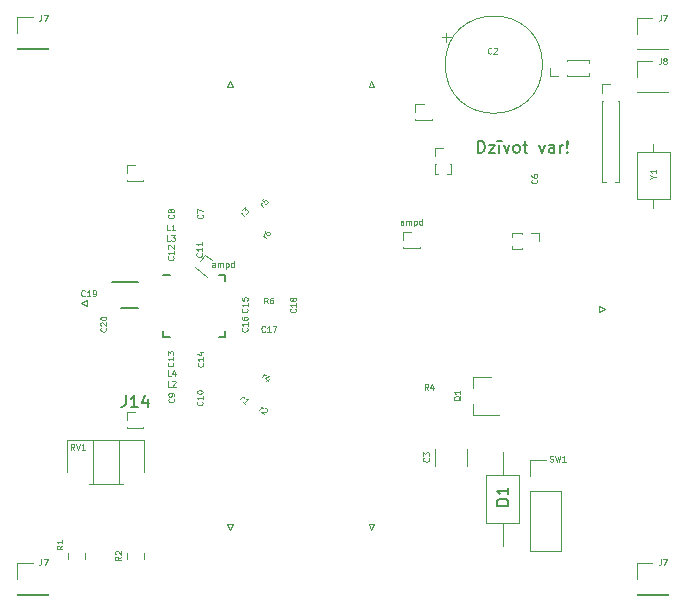
<source format=gbr>
G04 #@! TF.GenerationSoftware,KiCad,Pcbnew,(5.1.8)-1*
G04 #@! TF.CreationDate,2020-12-15T23:42:14+02:00*
G04 #@! TF.ProjectId,qam - demodulator,71616d20-2d20-4646-956d-6f64756c6174,rev?*
G04 #@! TF.SameCoordinates,Original*
G04 #@! TF.FileFunction,Legend,Top*
G04 #@! TF.FilePolarity,Positive*
%FSLAX46Y46*%
G04 Gerber Fmt 4.6, Leading zero omitted, Abs format (unit mm)*
G04 Created by KiCad (PCBNEW (5.1.8)-1) date 2020-12-15 23:42:14*
%MOMM*%
%LPD*%
G01*
G04 APERTURE LIST*
%ADD10C,0.150000*%
%ADD11C,0.120000*%
%ADD12C,0.100000*%
G04 APERTURE END LIST*
D10*
X209015485Y-92044780D02*
X209015485Y-91044780D01*
X209253580Y-91044780D01*
X209396438Y-91092400D01*
X209491676Y-91187638D01*
X209539295Y-91282876D01*
X209586914Y-91473352D01*
X209586914Y-91616209D01*
X209539295Y-91806685D01*
X209491676Y-91901923D01*
X209396438Y-91997161D01*
X209253580Y-92044780D01*
X209015485Y-92044780D01*
X209920247Y-91378114D02*
X210444057Y-91378114D01*
X209920247Y-92044780D01*
X210444057Y-92044780D01*
X210825009Y-92044780D02*
X210825009Y-91378114D01*
X210586914Y-91092400D02*
X211063104Y-91092400D01*
X211205961Y-91378114D02*
X211444057Y-92044780D01*
X211682152Y-91378114D01*
X212205961Y-92044780D02*
X212110723Y-91997161D01*
X212063104Y-91949542D01*
X212015485Y-91854304D01*
X212015485Y-91568590D01*
X212063104Y-91473352D01*
X212110723Y-91425733D01*
X212205961Y-91378114D01*
X212348819Y-91378114D01*
X212444057Y-91425733D01*
X212491676Y-91473352D01*
X212539295Y-91568590D01*
X212539295Y-91854304D01*
X212491676Y-91949542D01*
X212444057Y-91997161D01*
X212348819Y-92044780D01*
X212205961Y-92044780D01*
X212825009Y-91378114D02*
X213205961Y-91378114D01*
X212967866Y-91044780D02*
X212967866Y-91901923D01*
X213015485Y-91997161D01*
X213110723Y-92044780D01*
X213205961Y-92044780D01*
X214205961Y-91378114D02*
X214444057Y-92044780D01*
X214682152Y-91378114D01*
X215491676Y-92044780D02*
X215491676Y-91520971D01*
X215444057Y-91425733D01*
X215348819Y-91378114D01*
X215158342Y-91378114D01*
X215063104Y-91425733D01*
X215491676Y-91997161D02*
X215396438Y-92044780D01*
X215158342Y-92044780D01*
X215063104Y-91997161D01*
X215015485Y-91901923D01*
X215015485Y-91806685D01*
X215063104Y-91711447D01*
X215158342Y-91663828D01*
X215396438Y-91663828D01*
X215491676Y-91616209D01*
X215967866Y-92044780D02*
X215967866Y-91378114D01*
X215967866Y-91568590D02*
X216015485Y-91473352D01*
X216063104Y-91425733D01*
X216158342Y-91378114D01*
X216253580Y-91378114D01*
X216586914Y-91949542D02*
X216634533Y-91997161D01*
X216586914Y-92044780D01*
X216539295Y-91997161D01*
X216586914Y-91949542D01*
X216586914Y-92044780D01*
X216586914Y-91663828D02*
X216539295Y-91092400D01*
X216586914Y-91044780D01*
X216634533Y-91092400D01*
X216586914Y-91663828D01*
X216586914Y-91044780D01*
D11*
X179305000Y-115366000D02*
X180695000Y-115366000D01*
X179305000Y-115366000D02*
X179305000Y-115241000D01*
X180695000Y-115366000D02*
X180695000Y-115241000D01*
X179305000Y-115366000D02*
X179391724Y-115366000D01*
X180608276Y-115366000D02*
X180695000Y-115366000D01*
X179305000Y-114681000D02*
X179305000Y-113996000D01*
X179305000Y-113996000D02*
X180000000Y-113996000D01*
X203715000Y-89285000D02*
X205105000Y-89285000D01*
X203715000Y-89285000D02*
X203715000Y-89160000D01*
X205105000Y-89285000D02*
X205105000Y-89160000D01*
X203715000Y-89285000D02*
X203801724Y-89285000D01*
X205018276Y-89285000D02*
X205105000Y-89285000D01*
X203715000Y-88600000D02*
X203715000Y-87915000D01*
X203715000Y-87915000D02*
X204410000Y-87915000D01*
X169993000Y-129473000D02*
X172653000Y-129473000D01*
X169993000Y-129413000D02*
X169993000Y-129473000D01*
X172653000Y-129413000D02*
X172653000Y-129473000D01*
X169993000Y-129413000D02*
X172653000Y-129413000D01*
X169993000Y-128143000D02*
X169993000Y-126813000D01*
X169993000Y-126813000D02*
X171323000Y-126813000D01*
X169993000Y-83245000D02*
X172653000Y-83245000D01*
X169993000Y-83185000D02*
X169993000Y-83245000D01*
X172653000Y-83185000D02*
X172653000Y-83245000D01*
X169993000Y-83185000D02*
X172653000Y-83185000D01*
X169993000Y-81915000D02*
X169993000Y-80585000D01*
X169993000Y-80585000D02*
X171323000Y-80585000D01*
X222444000Y-129473000D02*
X225104000Y-129473000D01*
X222444000Y-129413000D02*
X222444000Y-129473000D01*
X225104000Y-129413000D02*
X225104000Y-129473000D01*
X222444000Y-129413000D02*
X225104000Y-129413000D01*
X222444000Y-128143000D02*
X222444000Y-126813000D01*
X222444000Y-126813000D02*
X223774000Y-126813000D01*
X206350302Y-81875000D02*
X206350302Y-82675000D01*
X205950302Y-82275000D02*
X206750302Y-82275000D01*
X214480000Y-84590000D02*
G75*
G03*
X214480000Y-84590000I-4120000J0D01*
G01*
X211110000Y-125340000D02*
X211110000Y-123400000D01*
X211110000Y-117420000D02*
X211110000Y-119360000D01*
X212530000Y-123400000D02*
X212530000Y-119360000D01*
X209690000Y-123400000D02*
X212530000Y-123400000D01*
X209690000Y-119360000D02*
X209690000Y-123400000D01*
X212530000Y-119360000D02*
X209690000Y-119360000D01*
X219790000Y-105250000D02*
X219290000Y-105000000D01*
X219290000Y-105000000D02*
X219290000Y-105500000D01*
X219290000Y-105500000D02*
X219790000Y-105250000D01*
X222444000Y-83300000D02*
X225104000Y-83300000D01*
X222444000Y-83240000D02*
X222444000Y-83300000D01*
X225104000Y-83240000D02*
X225104000Y-83300000D01*
X222444000Y-83240000D02*
X225104000Y-83240000D01*
X222444000Y-81970000D02*
X222444000Y-80640000D01*
X222444000Y-80640000D02*
X223774000Y-80640000D01*
X222444000Y-84268000D02*
X223774000Y-84268000D01*
X222444000Y-85598000D02*
X222444000Y-84268000D01*
X222444000Y-86868000D02*
X225104000Y-86868000D01*
X225104000Y-86868000D02*
X225104000Y-86928000D01*
X222444000Y-86868000D02*
X222444000Y-86928000D01*
X222444000Y-86928000D02*
X225104000Y-86928000D01*
X174290000Y-126441252D02*
X174290000Y-125918748D01*
X175710000Y-126441252D02*
X175710000Y-125918748D01*
X180710000Y-125918748D02*
X180710000Y-126441252D01*
X179290000Y-125918748D02*
X179290000Y-126441252D01*
X176380000Y-116380000D02*
X178620000Y-116380000D01*
X176380000Y-120121000D02*
X178620000Y-120121000D01*
X178620000Y-120121000D02*
X178620000Y-116380000D01*
X176380000Y-120121000D02*
X176380000Y-116380000D01*
X176066000Y-120121000D02*
X178935000Y-120121000D01*
X174230000Y-116380000D02*
X180770000Y-116380000D01*
X180770000Y-119075000D02*
X180770000Y-116380000D01*
X174230000Y-119075000D02*
X174230000Y-116380000D01*
D10*
X178050000Y-103000000D02*
X180225000Y-103000000D01*
X178775000Y-105200000D02*
X180225000Y-105200000D01*
X187625000Y-102375000D02*
X187100000Y-102375000D01*
X187625000Y-107625000D02*
X187100000Y-107625000D01*
X182375000Y-107625000D02*
X182900000Y-107625000D01*
X182375000Y-102375000D02*
X182900000Y-102375000D01*
X187625000Y-107625000D02*
X187625000Y-107100000D01*
X182375000Y-107625000D02*
X182375000Y-107100000D01*
X187625000Y-102375000D02*
X187625000Y-102900000D01*
D11*
X223860000Y-96690000D02*
X223860000Y-96000000D01*
X223860000Y-91270000D02*
X223860000Y-91960000D01*
X225280000Y-96000000D02*
X225280000Y-91960000D01*
X222440000Y-96000000D02*
X225280000Y-96000000D01*
X222440000Y-91960000D02*
X222440000Y-96000000D01*
X225280000Y-91960000D02*
X222440000Y-91960000D01*
X188000000Y-86010000D02*
X187750000Y-86510000D01*
X187750000Y-86510000D02*
X188250000Y-86510000D01*
X188250000Y-86510000D02*
X188000000Y-86010000D01*
X187750000Y-123490000D02*
X188000000Y-123990000D01*
X188250000Y-123490000D02*
X187750000Y-123490000D01*
X188000000Y-123990000D02*
X188250000Y-123490000D01*
X200000000Y-86010000D02*
X199750000Y-86510000D01*
X199750000Y-86510000D02*
X200250000Y-86510000D01*
X200250000Y-86510000D02*
X200000000Y-86010000D01*
X199750000Y-123490000D02*
X200000000Y-123990000D01*
X200250000Y-123490000D02*
X199750000Y-123490000D01*
X200000000Y-123990000D02*
X200250000Y-123490000D01*
X218390000Y-85565000D02*
X218390000Y-85264493D01*
X218390000Y-84475507D02*
X218390000Y-84175000D01*
X216515000Y-85565000D02*
X218390000Y-85565000D01*
X216515000Y-84175000D02*
X218390000Y-84175000D01*
X216515000Y-85565000D02*
X216515000Y-85478276D01*
X216515000Y-84261724D02*
X216515000Y-84175000D01*
X215830000Y-85565000D02*
X215145000Y-85565000D01*
X215145000Y-85565000D02*
X215145000Y-84870000D01*
X211910000Y-98845000D02*
X211910000Y-99145507D01*
X211910000Y-99934493D02*
X211910000Y-100235000D01*
X212785000Y-98845000D02*
X211910000Y-98845000D01*
X212785000Y-100235000D02*
X211910000Y-100235000D01*
X212785000Y-98845000D02*
X212785000Y-98931724D01*
X212785000Y-100148276D02*
X212785000Y-100235000D01*
X213470000Y-98845000D02*
X214155000Y-98845000D01*
X214155000Y-98845000D02*
X214155000Y-99540000D01*
X205335000Y-93890000D02*
X205635507Y-93890000D01*
X206424493Y-93890000D02*
X206725000Y-93890000D01*
X205335000Y-93015000D02*
X205335000Y-93890000D01*
X206725000Y-93015000D02*
X206725000Y-93890000D01*
X205335000Y-93015000D02*
X205421724Y-93015000D01*
X206638276Y-93015000D02*
X206725000Y-93015000D01*
X205335000Y-92330000D02*
X205335000Y-91645000D01*
X205335000Y-91645000D02*
X206030000Y-91645000D01*
X175420000Y-104750000D02*
X175920000Y-105000000D01*
X175920000Y-105000000D02*
X175920000Y-104500000D01*
X175920000Y-104500000D02*
X175420000Y-104750000D01*
X205340000Y-117118748D02*
X205340000Y-118541252D01*
X208060000Y-117118748D02*
X208060000Y-118541252D01*
X208630000Y-111070000D02*
X210090000Y-111070000D01*
X208630000Y-114230000D02*
X210790000Y-114230000D01*
X208630000Y-114230000D02*
X208630000Y-113300000D01*
X208630000Y-111070000D02*
X208630000Y-112000000D01*
X213427000Y-118050000D02*
X214757000Y-118050000D01*
X213427000Y-119380000D02*
X213427000Y-118050000D01*
X213427000Y-120650000D02*
X216087000Y-120650000D01*
X216087000Y-120650000D02*
X216087000Y-125790000D01*
X213427000Y-120650000D02*
X213427000Y-125790000D01*
X213427000Y-125790000D02*
X216087000Y-125790000D01*
X219535000Y-94510000D02*
X219835507Y-94510000D01*
X220624493Y-94510000D02*
X220925000Y-94510000D01*
X219535000Y-87635000D02*
X219535000Y-94510000D01*
X220925000Y-87635000D02*
X220925000Y-94510000D01*
X219535000Y-87635000D02*
X219621724Y-87635000D01*
X220838276Y-87635000D02*
X220925000Y-87635000D01*
X219535000Y-86950000D02*
X219535000Y-86265000D01*
X219535000Y-86265000D02*
X220230000Y-86265000D01*
X179305000Y-93104500D02*
X180000000Y-93104500D01*
X179305000Y-93789500D02*
X179305000Y-93104500D01*
X180608276Y-94474500D02*
X180695000Y-94474500D01*
X179305000Y-94474500D02*
X179391724Y-94474500D01*
X180695000Y-94474500D02*
X180695000Y-94349500D01*
X179305000Y-94474500D02*
X179305000Y-94349500D01*
X179305000Y-94474500D02*
X180695000Y-94474500D01*
X185927909Y-100668522D02*
X186460310Y-101115260D01*
X185487599Y-101193263D02*
X185927909Y-100668522D01*
X186045657Y-102555733D02*
X186112091Y-102611478D01*
X185047290Y-101718003D02*
X185113724Y-101773748D01*
X186112091Y-102611478D02*
X186192440Y-102515722D01*
X185047290Y-101718003D02*
X185127638Y-101622247D01*
X185047290Y-101718003D02*
X186112091Y-102611478D01*
X202685000Y-100145000D02*
X204075000Y-100145000D01*
X202685000Y-100145000D02*
X202685000Y-100020000D01*
X204075000Y-100145000D02*
X204075000Y-100020000D01*
X202685000Y-100145000D02*
X202771724Y-100145000D01*
X203988276Y-100145000D02*
X204075000Y-100145000D01*
X202685000Y-99460000D02*
X202685000Y-98775000D01*
X202685000Y-98775000D02*
X203380000Y-98775000D01*
D10*
X179190476Y-112573380D02*
X179190476Y-113287666D01*
X179142857Y-113430523D01*
X179047619Y-113525761D01*
X178904761Y-113573380D01*
X178809523Y-113573380D01*
X180190476Y-113573380D02*
X179619047Y-113573380D01*
X179904761Y-113573380D02*
X179904761Y-112573380D01*
X179809523Y-112716238D01*
X179714285Y-112811476D01*
X179619047Y-112859095D01*
X181047619Y-112906714D02*
X181047619Y-113573380D01*
X180809523Y-112525761D02*
X180571428Y-113240047D01*
X181190476Y-113240047D01*
D12*
X172045333Y-126472190D02*
X172045333Y-126829333D01*
X172021523Y-126900761D01*
X171973904Y-126948380D01*
X171902476Y-126972190D01*
X171854857Y-126972190D01*
X172235809Y-126472190D02*
X172569142Y-126472190D01*
X172354857Y-126972190D01*
X172045333Y-80371190D02*
X172045333Y-80728333D01*
X172021523Y-80799761D01*
X171973904Y-80847380D01*
X171902476Y-80871190D01*
X171854857Y-80871190D01*
X172235809Y-80371190D02*
X172569142Y-80371190D01*
X172354857Y-80871190D01*
X224496333Y-126472190D02*
X224496333Y-126829333D01*
X224472523Y-126900761D01*
X224424904Y-126948380D01*
X224353476Y-126972190D01*
X224305857Y-126972190D01*
X224686809Y-126472190D02*
X225020142Y-126472190D01*
X224805857Y-126972190D01*
X213988571Y-94343333D02*
X214012380Y-94367142D01*
X214036190Y-94438571D01*
X214036190Y-94486190D01*
X214012380Y-94557619D01*
X213964761Y-94605238D01*
X213917142Y-94629047D01*
X213821904Y-94652857D01*
X213750476Y-94652857D01*
X213655238Y-94629047D01*
X213607619Y-94605238D01*
X213560000Y-94557619D01*
X213536190Y-94486190D01*
X213536190Y-94438571D01*
X213560000Y-94367142D01*
X213583809Y-94343333D01*
X213536190Y-93914761D02*
X213536190Y-94010000D01*
X213560000Y-94057619D01*
X213583809Y-94081428D01*
X213655238Y-94129047D01*
X213750476Y-94152857D01*
X213940952Y-94152857D01*
X213988571Y-94129047D01*
X214012380Y-94105238D01*
X214036190Y-94057619D01*
X214036190Y-93962380D01*
X214012380Y-93914761D01*
X213988571Y-93890952D01*
X213940952Y-93867142D01*
X213821904Y-93867142D01*
X213774285Y-93890952D01*
X213750476Y-93914761D01*
X213726666Y-93962380D01*
X213726666Y-94057619D01*
X213750476Y-94105238D01*
X213774285Y-94129047D01*
X213821904Y-94152857D01*
X210156666Y-83618571D02*
X210132857Y-83642380D01*
X210061428Y-83666190D01*
X210013809Y-83666190D01*
X209942380Y-83642380D01*
X209894761Y-83594761D01*
X209870952Y-83547142D01*
X209847142Y-83451904D01*
X209847142Y-83380476D01*
X209870952Y-83285238D01*
X209894761Y-83237619D01*
X209942380Y-83190000D01*
X210013809Y-83166190D01*
X210061428Y-83166190D01*
X210132857Y-83190000D01*
X210156666Y-83213809D01*
X210347142Y-83213809D02*
X210370952Y-83190000D01*
X210418571Y-83166190D01*
X210537619Y-83166190D01*
X210585238Y-83190000D01*
X210609047Y-83213809D01*
X210632857Y-83261428D01*
X210632857Y-83309047D01*
X210609047Y-83380476D01*
X210323333Y-83666190D01*
X210632857Y-83666190D01*
D10*
X211592380Y-121928095D02*
X210592380Y-121928095D01*
X210592380Y-121690000D01*
X210640000Y-121547142D01*
X210735238Y-121451904D01*
X210830476Y-121404285D01*
X211020952Y-121356666D01*
X211163809Y-121356666D01*
X211354285Y-121404285D01*
X211449523Y-121451904D01*
X211544761Y-121547142D01*
X211592380Y-121690000D01*
X211592380Y-121928095D01*
X211592380Y-120404285D02*
X211592380Y-120975714D01*
X211592380Y-120690000D02*
X210592380Y-120690000D01*
X210735238Y-120785238D01*
X210830476Y-120880476D01*
X210878095Y-120975714D01*
D12*
X224496333Y-80371190D02*
X224496333Y-80728333D01*
X224472523Y-80799761D01*
X224424904Y-80847380D01*
X224353476Y-80871190D01*
X224305857Y-80871190D01*
X224686809Y-80371190D02*
X225020142Y-80371190D01*
X224805857Y-80871190D01*
X224496333Y-84054190D02*
X224496333Y-84411333D01*
X224472523Y-84482761D01*
X224424904Y-84530380D01*
X224353476Y-84554190D01*
X224305857Y-84554190D01*
X224805857Y-84268476D02*
X224758238Y-84244666D01*
X224734428Y-84220857D01*
X224710619Y-84173238D01*
X224710619Y-84149428D01*
X224734428Y-84101809D01*
X224758238Y-84078000D01*
X224805857Y-84054190D01*
X224901095Y-84054190D01*
X224948714Y-84078000D01*
X224972523Y-84101809D01*
X224996333Y-84149428D01*
X224996333Y-84173238D01*
X224972523Y-84220857D01*
X224948714Y-84244666D01*
X224901095Y-84268476D01*
X224805857Y-84268476D01*
X224758238Y-84292285D01*
X224734428Y-84316095D01*
X224710619Y-84363714D01*
X224710619Y-84458952D01*
X224734428Y-84506571D01*
X224758238Y-84530380D01*
X224805857Y-84554190D01*
X224901095Y-84554190D01*
X224948714Y-84530380D01*
X224972523Y-84506571D01*
X224996333Y-84458952D01*
X224996333Y-84363714D01*
X224972523Y-84316095D01*
X224948714Y-84292285D01*
X224901095Y-84268476D01*
X173835190Y-125305333D02*
X173597095Y-125472000D01*
X173835190Y-125591047D02*
X173335190Y-125591047D01*
X173335190Y-125400571D01*
X173359000Y-125352952D01*
X173382809Y-125329142D01*
X173430428Y-125305333D01*
X173501857Y-125305333D01*
X173549476Y-125329142D01*
X173573285Y-125352952D01*
X173597095Y-125400571D01*
X173597095Y-125591047D01*
X173835190Y-124829142D02*
X173835190Y-125114857D01*
X173835190Y-124972000D02*
X173335190Y-124972000D01*
X173406619Y-125019619D01*
X173454238Y-125067238D01*
X173478047Y-125114857D01*
X178788190Y-126243333D02*
X178550095Y-126410000D01*
X178788190Y-126529047D02*
X178288190Y-126529047D01*
X178288190Y-126338571D01*
X178312000Y-126290952D01*
X178335809Y-126267142D01*
X178383428Y-126243333D01*
X178454857Y-126243333D01*
X178502476Y-126267142D01*
X178526285Y-126290952D01*
X178550095Y-126338571D01*
X178550095Y-126529047D01*
X178335809Y-126052857D02*
X178312000Y-126029047D01*
X178288190Y-125981428D01*
X178288190Y-125862380D01*
X178312000Y-125814761D01*
X178335809Y-125790952D01*
X178383428Y-125767142D01*
X178431047Y-125767142D01*
X178502476Y-125790952D01*
X178788190Y-126076666D01*
X178788190Y-125767142D01*
X174835380Y-117193190D02*
X174668714Y-116955095D01*
X174549666Y-117193190D02*
X174549666Y-116693190D01*
X174740142Y-116693190D01*
X174787761Y-116717000D01*
X174811571Y-116740809D01*
X174835380Y-116788428D01*
X174835380Y-116859857D01*
X174811571Y-116907476D01*
X174787761Y-116931285D01*
X174740142Y-116955095D01*
X174549666Y-116955095D01*
X174978238Y-116693190D02*
X175144904Y-117193190D01*
X175311571Y-116693190D01*
X175740142Y-117193190D02*
X175454428Y-117193190D01*
X175597285Y-117193190D02*
X175597285Y-116693190D01*
X175549666Y-116764619D01*
X175502047Y-116812238D01*
X175454428Y-116836047D01*
X223838095Y-94078095D02*
X224076190Y-94078095D01*
X223576190Y-94244761D02*
X223838095Y-94078095D01*
X223576190Y-93911428D01*
X224076190Y-93482857D02*
X224076190Y-93768571D01*
X224076190Y-93625714D02*
X223576190Y-93625714D01*
X223647619Y-93673333D01*
X223695238Y-93720952D01*
X223719047Y-93768571D01*
X185678571Y-97283333D02*
X185702380Y-97307142D01*
X185726190Y-97378571D01*
X185726190Y-97426190D01*
X185702380Y-97497619D01*
X185654761Y-97545238D01*
X185607142Y-97569047D01*
X185511904Y-97592857D01*
X185440476Y-97592857D01*
X185345238Y-97569047D01*
X185297619Y-97545238D01*
X185250000Y-97497619D01*
X185226190Y-97426190D01*
X185226190Y-97378571D01*
X185250000Y-97307142D01*
X185273809Y-97283333D01*
X185226190Y-97116666D02*
X185226190Y-96783333D01*
X185726190Y-96997619D01*
X183228571Y-97293333D02*
X183252380Y-97317142D01*
X183276190Y-97388571D01*
X183276190Y-97436190D01*
X183252380Y-97507619D01*
X183204761Y-97555238D01*
X183157142Y-97579047D01*
X183061904Y-97602857D01*
X182990476Y-97602857D01*
X182895238Y-97579047D01*
X182847619Y-97555238D01*
X182800000Y-97507619D01*
X182776190Y-97436190D01*
X182776190Y-97388571D01*
X182800000Y-97317142D01*
X182823809Y-97293333D01*
X182990476Y-97007619D02*
X182966666Y-97055238D01*
X182942857Y-97079047D01*
X182895238Y-97102857D01*
X182871428Y-97102857D01*
X182823809Y-97079047D01*
X182800000Y-97055238D01*
X182776190Y-97007619D01*
X182776190Y-96912380D01*
X182800000Y-96864761D01*
X182823809Y-96840952D01*
X182871428Y-96817142D01*
X182895238Y-96817142D01*
X182942857Y-96840952D01*
X182966666Y-96864761D01*
X182990476Y-96912380D01*
X182990476Y-97007619D01*
X183014285Y-97055238D01*
X183038095Y-97079047D01*
X183085714Y-97102857D01*
X183180952Y-97102857D01*
X183228571Y-97079047D01*
X183252380Y-97055238D01*
X183276190Y-97007619D01*
X183276190Y-96912380D01*
X183252380Y-96864761D01*
X183228571Y-96840952D01*
X183180952Y-96817142D01*
X183085714Y-96817142D01*
X183038095Y-96840952D01*
X183014285Y-96864761D01*
X182990476Y-96912380D01*
X183249071Y-112883333D02*
X183272880Y-112907142D01*
X183296690Y-112978571D01*
X183296690Y-113026190D01*
X183272880Y-113097619D01*
X183225261Y-113145238D01*
X183177642Y-113169047D01*
X183082404Y-113192857D01*
X183010976Y-113192857D01*
X182915738Y-113169047D01*
X182868119Y-113145238D01*
X182820500Y-113097619D01*
X182796690Y-113026190D01*
X182796690Y-112978571D01*
X182820500Y-112907142D01*
X182844309Y-112883333D01*
X183296690Y-112645238D02*
X183296690Y-112550000D01*
X183272880Y-112502380D01*
X183249071Y-112478571D01*
X183177642Y-112430952D01*
X183082404Y-112407142D01*
X182891928Y-112407142D01*
X182844309Y-112430952D01*
X182820500Y-112454761D01*
X182796690Y-112502380D01*
X182796690Y-112597619D01*
X182820500Y-112645238D01*
X182844309Y-112669047D01*
X182891928Y-112692857D01*
X183010976Y-112692857D01*
X183058595Y-112669047D01*
X183082404Y-112645238D01*
X183106214Y-112597619D01*
X183106214Y-112502380D01*
X183082404Y-112454761D01*
X183058595Y-112430952D01*
X183010976Y-112407142D01*
X185662071Y-113121428D02*
X185685880Y-113145238D01*
X185709690Y-113216666D01*
X185709690Y-113264285D01*
X185685880Y-113335714D01*
X185638261Y-113383333D01*
X185590642Y-113407142D01*
X185495404Y-113430952D01*
X185423976Y-113430952D01*
X185328738Y-113407142D01*
X185281119Y-113383333D01*
X185233500Y-113335714D01*
X185209690Y-113264285D01*
X185209690Y-113216666D01*
X185233500Y-113145238D01*
X185257309Y-113121428D01*
X185709690Y-112645238D02*
X185709690Y-112930952D01*
X185709690Y-112788095D02*
X185209690Y-112788095D01*
X185281119Y-112835714D01*
X185328738Y-112883333D01*
X185352547Y-112930952D01*
X185209690Y-112335714D02*
X185209690Y-112288095D01*
X185233500Y-112240476D01*
X185257309Y-112216666D01*
X185304928Y-112192857D01*
X185400166Y-112169047D01*
X185519214Y-112169047D01*
X185614452Y-112192857D01*
X185662071Y-112216666D01*
X185685880Y-112240476D01*
X185709690Y-112288095D01*
X185709690Y-112335714D01*
X185685880Y-112383333D01*
X185662071Y-112407142D01*
X185614452Y-112430952D01*
X185519214Y-112454761D01*
X185400166Y-112454761D01*
X185304928Y-112430952D01*
X185257309Y-112407142D01*
X185233500Y-112383333D01*
X185209690Y-112335714D01*
X185618571Y-100551428D02*
X185642380Y-100575238D01*
X185666190Y-100646666D01*
X185666190Y-100694285D01*
X185642380Y-100765714D01*
X185594761Y-100813333D01*
X185547142Y-100837142D01*
X185451904Y-100860952D01*
X185380476Y-100860952D01*
X185285238Y-100837142D01*
X185237619Y-100813333D01*
X185190000Y-100765714D01*
X185166190Y-100694285D01*
X185166190Y-100646666D01*
X185190000Y-100575238D01*
X185213809Y-100551428D01*
X185666190Y-100075238D02*
X185666190Y-100360952D01*
X185666190Y-100218095D02*
X185166190Y-100218095D01*
X185237619Y-100265714D01*
X185285238Y-100313333D01*
X185309047Y-100360952D01*
X185666190Y-99599047D02*
X185666190Y-99884761D01*
X185666190Y-99741904D02*
X185166190Y-99741904D01*
X185237619Y-99789523D01*
X185285238Y-99837142D01*
X185309047Y-99884761D01*
X183198571Y-100831428D02*
X183222380Y-100855238D01*
X183246190Y-100926666D01*
X183246190Y-100974285D01*
X183222380Y-101045714D01*
X183174761Y-101093333D01*
X183127142Y-101117142D01*
X183031904Y-101140952D01*
X182960476Y-101140952D01*
X182865238Y-101117142D01*
X182817619Y-101093333D01*
X182770000Y-101045714D01*
X182746190Y-100974285D01*
X182746190Y-100926666D01*
X182770000Y-100855238D01*
X182793809Y-100831428D01*
X183246190Y-100355238D02*
X183246190Y-100640952D01*
X183246190Y-100498095D02*
X182746190Y-100498095D01*
X182817619Y-100545714D01*
X182865238Y-100593333D01*
X182889047Y-100640952D01*
X182793809Y-100164761D02*
X182770000Y-100140952D01*
X182746190Y-100093333D01*
X182746190Y-99974285D01*
X182770000Y-99926666D01*
X182793809Y-99902857D01*
X182841428Y-99879047D01*
X182889047Y-99879047D01*
X182960476Y-99902857D01*
X183246190Y-100188571D01*
X183246190Y-99879047D01*
X183185571Y-109821428D02*
X183209380Y-109845238D01*
X183233190Y-109916666D01*
X183233190Y-109964285D01*
X183209380Y-110035714D01*
X183161761Y-110083333D01*
X183114142Y-110107142D01*
X183018904Y-110130952D01*
X182947476Y-110130952D01*
X182852238Y-110107142D01*
X182804619Y-110083333D01*
X182757000Y-110035714D01*
X182733190Y-109964285D01*
X182733190Y-109916666D01*
X182757000Y-109845238D01*
X182780809Y-109821428D01*
X183233190Y-109345238D02*
X183233190Y-109630952D01*
X183233190Y-109488095D02*
X182733190Y-109488095D01*
X182804619Y-109535714D01*
X182852238Y-109583333D01*
X182876047Y-109630952D01*
X182733190Y-109178571D02*
X182733190Y-108869047D01*
X182923666Y-109035714D01*
X182923666Y-108964285D01*
X182947476Y-108916666D01*
X182971285Y-108892857D01*
X183018904Y-108869047D01*
X183137952Y-108869047D01*
X183185571Y-108892857D01*
X183209380Y-108916666D01*
X183233190Y-108964285D01*
X183233190Y-109107142D01*
X183209380Y-109154761D01*
X183185571Y-109178571D01*
X185725571Y-109858928D02*
X185749380Y-109882738D01*
X185773190Y-109954166D01*
X185773190Y-110001785D01*
X185749380Y-110073214D01*
X185701761Y-110120833D01*
X185654142Y-110144642D01*
X185558904Y-110168452D01*
X185487476Y-110168452D01*
X185392238Y-110144642D01*
X185344619Y-110120833D01*
X185297000Y-110073214D01*
X185273190Y-110001785D01*
X185273190Y-109954166D01*
X185297000Y-109882738D01*
X185320809Y-109858928D01*
X185773190Y-109382738D02*
X185773190Y-109668452D01*
X185773190Y-109525595D02*
X185273190Y-109525595D01*
X185344619Y-109573214D01*
X185392238Y-109620833D01*
X185416047Y-109668452D01*
X185439857Y-108954166D02*
X185773190Y-108954166D01*
X185249380Y-109073214D02*
X185606523Y-109192261D01*
X185606523Y-108882738D01*
X189458571Y-105241428D02*
X189482380Y-105265238D01*
X189506190Y-105336666D01*
X189506190Y-105384285D01*
X189482380Y-105455714D01*
X189434761Y-105503333D01*
X189387142Y-105527142D01*
X189291904Y-105550952D01*
X189220476Y-105550952D01*
X189125238Y-105527142D01*
X189077619Y-105503333D01*
X189030000Y-105455714D01*
X189006190Y-105384285D01*
X189006190Y-105336666D01*
X189030000Y-105265238D01*
X189053809Y-105241428D01*
X189506190Y-104765238D02*
X189506190Y-105050952D01*
X189506190Y-104908095D02*
X189006190Y-104908095D01*
X189077619Y-104955714D01*
X189125238Y-105003333D01*
X189149047Y-105050952D01*
X189006190Y-104312857D02*
X189006190Y-104550952D01*
X189244285Y-104574761D01*
X189220476Y-104550952D01*
X189196666Y-104503333D01*
X189196666Y-104384285D01*
X189220476Y-104336666D01*
X189244285Y-104312857D01*
X189291904Y-104289047D01*
X189410952Y-104289047D01*
X189458571Y-104312857D01*
X189482380Y-104336666D01*
X189506190Y-104384285D01*
X189506190Y-104503333D01*
X189482380Y-104550952D01*
X189458571Y-104574761D01*
X189458571Y-106881428D02*
X189482380Y-106905238D01*
X189506190Y-106976666D01*
X189506190Y-107024285D01*
X189482380Y-107095714D01*
X189434761Y-107143333D01*
X189387142Y-107167142D01*
X189291904Y-107190952D01*
X189220476Y-107190952D01*
X189125238Y-107167142D01*
X189077619Y-107143333D01*
X189030000Y-107095714D01*
X189006190Y-107024285D01*
X189006190Y-106976666D01*
X189030000Y-106905238D01*
X189053809Y-106881428D01*
X189506190Y-106405238D02*
X189506190Y-106690952D01*
X189506190Y-106548095D02*
X189006190Y-106548095D01*
X189077619Y-106595714D01*
X189125238Y-106643333D01*
X189149047Y-106690952D01*
X189006190Y-105976666D02*
X189006190Y-106071904D01*
X189030000Y-106119523D01*
X189053809Y-106143333D01*
X189125238Y-106190952D01*
X189220476Y-106214761D01*
X189410952Y-106214761D01*
X189458571Y-106190952D01*
X189482380Y-106167142D01*
X189506190Y-106119523D01*
X189506190Y-106024285D01*
X189482380Y-105976666D01*
X189458571Y-105952857D01*
X189410952Y-105929047D01*
X189291904Y-105929047D01*
X189244285Y-105952857D01*
X189220476Y-105976666D01*
X189196666Y-106024285D01*
X189196666Y-106119523D01*
X189220476Y-106167142D01*
X189244285Y-106190952D01*
X189291904Y-106214761D01*
X190978571Y-107168571D02*
X190954761Y-107192380D01*
X190883333Y-107216190D01*
X190835714Y-107216190D01*
X190764285Y-107192380D01*
X190716666Y-107144761D01*
X190692857Y-107097142D01*
X190669047Y-107001904D01*
X190669047Y-106930476D01*
X190692857Y-106835238D01*
X190716666Y-106787619D01*
X190764285Y-106740000D01*
X190835714Y-106716190D01*
X190883333Y-106716190D01*
X190954761Y-106740000D01*
X190978571Y-106763809D01*
X191454761Y-107216190D02*
X191169047Y-107216190D01*
X191311904Y-107216190D02*
X191311904Y-106716190D01*
X191264285Y-106787619D01*
X191216666Y-106835238D01*
X191169047Y-106859047D01*
X191621428Y-106716190D02*
X191954761Y-106716190D01*
X191740476Y-107216190D01*
X193558571Y-105261428D02*
X193582380Y-105285238D01*
X193606190Y-105356666D01*
X193606190Y-105404285D01*
X193582380Y-105475714D01*
X193534761Y-105523333D01*
X193487142Y-105547142D01*
X193391904Y-105570952D01*
X193320476Y-105570952D01*
X193225238Y-105547142D01*
X193177619Y-105523333D01*
X193130000Y-105475714D01*
X193106190Y-105404285D01*
X193106190Y-105356666D01*
X193130000Y-105285238D01*
X193153809Y-105261428D01*
X193606190Y-104785238D02*
X193606190Y-105070952D01*
X193606190Y-104928095D02*
X193106190Y-104928095D01*
X193177619Y-104975714D01*
X193225238Y-105023333D01*
X193249047Y-105070952D01*
X193320476Y-104499523D02*
X193296666Y-104547142D01*
X193272857Y-104570952D01*
X193225238Y-104594761D01*
X193201428Y-104594761D01*
X193153809Y-104570952D01*
X193130000Y-104547142D01*
X193106190Y-104499523D01*
X193106190Y-104404285D01*
X193130000Y-104356666D01*
X193153809Y-104332857D01*
X193201428Y-104309047D01*
X193225238Y-104309047D01*
X193272857Y-104332857D01*
X193296666Y-104356666D01*
X193320476Y-104404285D01*
X193320476Y-104499523D01*
X193344285Y-104547142D01*
X193368095Y-104570952D01*
X193415714Y-104594761D01*
X193510952Y-104594761D01*
X193558571Y-104570952D01*
X193582380Y-104547142D01*
X193606190Y-104499523D01*
X193606190Y-104404285D01*
X193582380Y-104356666D01*
X193558571Y-104332857D01*
X193510952Y-104309047D01*
X193415714Y-104309047D01*
X193368095Y-104332857D01*
X193344285Y-104356666D01*
X193320476Y-104404285D01*
X182936666Y-98626190D02*
X182698571Y-98626190D01*
X182698571Y-98126190D01*
X183365238Y-98626190D02*
X183079523Y-98626190D01*
X183222380Y-98626190D02*
X183222380Y-98126190D01*
X183174761Y-98197619D01*
X183127142Y-98245238D01*
X183079523Y-98269047D01*
X182987166Y-111859190D02*
X182749071Y-111859190D01*
X182749071Y-111359190D01*
X183130023Y-111406809D02*
X183153833Y-111383000D01*
X183201452Y-111359190D01*
X183320500Y-111359190D01*
X183368119Y-111383000D01*
X183391928Y-111406809D01*
X183415738Y-111454428D01*
X183415738Y-111502047D01*
X183391928Y-111573476D01*
X183106214Y-111859190D01*
X183415738Y-111859190D01*
X182926666Y-99526190D02*
X182688571Y-99526190D01*
X182688571Y-99026190D01*
X183045714Y-99026190D02*
X183355238Y-99026190D01*
X183188571Y-99216666D01*
X183260000Y-99216666D01*
X183307619Y-99240476D01*
X183331428Y-99264285D01*
X183355238Y-99311904D01*
X183355238Y-99430952D01*
X183331428Y-99478571D01*
X183307619Y-99502380D01*
X183260000Y-99526190D01*
X183117142Y-99526190D01*
X183069523Y-99502380D01*
X183045714Y-99478571D01*
X182986666Y-110926190D02*
X182748571Y-110926190D01*
X182748571Y-110426190D01*
X183367619Y-110592857D02*
X183367619Y-110926190D01*
X183248571Y-110402380D02*
X183129523Y-110759523D01*
X183439047Y-110759523D01*
X188882558Y-112913438D02*
X189118260Y-112677735D01*
X189050917Y-112745079D02*
X189101424Y-112728243D01*
X189135096Y-112728243D01*
X189185604Y-112745079D01*
X189219276Y-112778751D01*
X189286619Y-113317499D02*
X189084589Y-113115468D01*
X189185604Y-113216484D02*
X189539157Y-112862930D01*
X189454978Y-112879766D01*
X189387634Y-112879766D01*
X189337127Y-112862930D01*
X190456644Y-113794997D02*
X190692346Y-113559294D01*
X190625003Y-113626638D02*
X190675510Y-113609802D01*
X190709182Y-113609802D01*
X190759690Y-113626638D01*
X190793362Y-113660310D01*
X190978556Y-113677146D02*
X191012228Y-113677146D01*
X191062736Y-113693981D01*
X191146915Y-113778161D01*
X191163751Y-113828669D01*
X191163751Y-113862340D01*
X191146915Y-113912848D01*
X191113243Y-113946520D01*
X191045900Y-113980191D01*
X190641839Y-113980191D01*
X190860705Y-114199058D01*
X190697401Y-111038172D02*
X190933103Y-110802469D01*
X190865760Y-110869813D02*
X190916267Y-110852977D01*
X190949939Y-110852977D01*
X191000447Y-110869813D01*
X191034119Y-110903485D01*
X191303493Y-111172859D02*
X191067790Y-111408561D01*
X191354000Y-110953992D02*
X191017283Y-111122351D01*
X191236149Y-111341218D01*
X191216666Y-104806190D02*
X191050000Y-104568095D01*
X190930952Y-104806190D02*
X190930952Y-104306190D01*
X191121428Y-104306190D01*
X191169047Y-104330000D01*
X191192857Y-104353809D01*
X191216666Y-104401428D01*
X191216666Y-104472857D01*
X191192857Y-104520476D01*
X191169047Y-104544285D01*
X191121428Y-104568095D01*
X190930952Y-104568095D01*
X191645238Y-104306190D02*
X191550000Y-104306190D01*
X191502380Y-104330000D01*
X191478571Y-104353809D01*
X191430952Y-104425238D01*
X191407142Y-104520476D01*
X191407142Y-104710952D01*
X191430952Y-104758571D01*
X191454761Y-104782380D01*
X191502380Y-104806190D01*
X191597619Y-104806190D01*
X191645238Y-104782380D01*
X191669047Y-104758571D01*
X191692857Y-104710952D01*
X191692857Y-104591904D01*
X191669047Y-104544285D01*
X191645238Y-104520476D01*
X191597619Y-104496666D01*
X191502380Y-104496666D01*
X191454761Y-104520476D01*
X191430952Y-104544285D01*
X191407142Y-104591904D01*
X189214091Y-97424068D02*
X188978388Y-97188366D01*
X189045732Y-97255709D02*
X189028896Y-97205202D01*
X189028896Y-97171530D01*
X189045732Y-97121022D01*
X189079404Y-97087350D01*
X189045732Y-96885320D02*
X189264598Y-96666453D01*
X189281434Y-96918992D01*
X189331942Y-96868484D01*
X189382450Y-96851648D01*
X189416121Y-96851648D01*
X189466629Y-96868484D01*
X189550808Y-96952663D01*
X189567644Y-97003171D01*
X189567644Y-97036843D01*
X189550808Y-97087350D01*
X189449793Y-97188366D01*
X189399285Y-97205202D01*
X189365614Y-97205202D01*
X190852217Y-96609693D02*
X190616514Y-96373991D01*
X190683858Y-96441334D02*
X190667022Y-96390827D01*
X190667022Y-96357155D01*
X190683858Y-96306647D01*
X190717530Y-96272975D01*
X190885889Y-95868914D02*
X190717530Y-96037273D01*
X190869053Y-96222468D01*
X190869053Y-96188796D01*
X190885889Y-96138288D01*
X190970068Y-96054109D01*
X191020576Y-96037273D01*
X191054247Y-96037273D01*
X191104755Y-96054109D01*
X191188934Y-96138288D01*
X191205770Y-96188796D01*
X191205770Y-96222468D01*
X191188934Y-96272975D01*
X191104755Y-96357155D01*
X191054247Y-96373991D01*
X191020576Y-96373991D01*
X191055271Y-99300506D02*
X190819568Y-99064804D01*
X190886912Y-99132147D02*
X190870076Y-99081640D01*
X190870076Y-99047968D01*
X190886912Y-98997460D01*
X190920584Y-98963788D01*
X191072107Y-98576563D02*
X191004763Y-98643907D01*
X190987927Y-98694414D01*
X190987927Y-98728086D01*
X191004763Y-98812265D01*
X191055271Y-98896445D01*
X191189958Y-99031132D01*
X191240465Y-99047968D01*
X191274137Y-99047968D01*
X191324645Y-99031132D01*
X191391988Y-98963788D01*
X191408824Y-98913281D01*
X191408824Y-98879609D01*
X191391988Y-98829101D01*
X191307809Y-98744922D01*
X191257301Y-98728086D01*
X191223630Y-98728086D01*
X191173122Y-98744922D01*
X191105778Y-98812265D01*
X191088943Y-98862773D01*
X191088943Y-98896445D01*
X191105778Y-98946952D01*
X175718571Y-104138571D02*
X175694761Y-104162380D01*
X175623333Y-104186190D01*
X175575714Y-104186190D01*
X175504285Y-104162380D01*
X175456666Y-104114761D01*
X175432857Y-104067142D01*
X175409047Y-103971904D01*
X175409047Y-103900476D01*
X175432857Y-103805238D01*
X175456666Y-103757619D01*
X175504285Y-103710000D01*
X175575714Y-103686190D01*
X175623333Y-103686190D01*
X175694761Y-103710000D01*
X175718571Y-103733809D01*
X176194761Y-104186190D02*
X175909047Y-104186190D01*
X176051904Y-104186190D02*
X176051904Y-103686190D01*
X176004285Y-103757619D01*
X175956666Y-103805238D01*
X175909047Y-103829047D01*
X176432857Y-104186190D02*
X176528095Y-104186190D01*
X176575714Y-104162380D01*
X176599523Y-104138571D01*
X176647142Y-104067142D01*
X176670952Y-103971904D01*
X176670952Y-103781428D01*
X176647142Y-103733809D01*
X176623333Y-103710000D01*
X176575714Y-103686190D01*
X176480476Y-103686190D01*
X176432857Y-103710000D01*
X176409047Y-103733809D01*
X176385238Y-103781428D01*
X176385238Y-103900476D01*
X176409047Y-103948095D01*
X176432857Y-103971904D01*
X176480476Y-103995714D01*
X176575714Y-103995714D01*
X176623333Y-103971904D01*
X176647142Y-103948095D01*
X176670952Y-103900476D01*
X177498571Y-106881428D02*
X177522380Y-106905238D01*
X177546190Y-106976666D01*
X177546190Y-107024285D01*
X177522380Y-107095714D01*
X177474761Y-107143333D01*
X177427142Y-107167142D01*
X177331904Y-107190952D01*
X177260476Y-107190952D01*
X177165238Y-107167142D01*
X177117619Y-107143333D01*
X177070000Y-107095714D01*
X177046190Y-107024285D01*
X177046190Y-106976666D01*
X177070000Y-106905238D01*
X177093809Y-106881428D01*
X177093809Y-106690952D02*
X177070000Y-106667142D01*
X177046190Y-106619523D01*
X177046190Y-106500476D01*
X177070000Y-106452857D01*
X177093809Y-106429047D01*
X177141428Y-106405238D01*
X177189047Y-106405238D01*
X177260476Y-106429047D01*
X177546190Y-106714761D01*
X177546190Y-106405238D01*
X177046190Y-106095714D02*
X177046190Y-106048095D01*
X177070000Y-106000476D01*
X177093809Y-105976666D01*
X177141428Y-105952857D01*
X177236666Y-105929047D01*
X177355714Y-105929047D01*
X177450952Y-105952857D01*
X177498571Y-105976666D01*
X177522380Y-106000476D01*
X177546190Y-106048095D01*
X177546190Y-106095714D01*
X177522380Y-106143333D01*
X177498571Y-106167142D01*
X177450952Y-106190952D01*
X177355714Y-106214761D01*
X177236666Y-106214761D01*
X177141428Y-106190952D01*
X177093809Y-106167142D01*
X177070000Y-106143333D01*
X177046190Y-106095714D01*
X204828571Y-117903333D02*
X204852380Y-117927142D01*
X204876190Y-117998571D01*
X204876190Y-118046190D01*
X204852380Y-118117619D01*
X204804761Y-118165238D01*
X204757142Y-118189047D01*
X204661904Y-118212857D01*
X204590476Y-118212857D01*
X204495238Y-118189047D01*
X204447619Y-118165238D01*
X204400000Y-118117619D01*
X204376190Y-118046190D01*
X204376190Y-117998571D01*
X204400000Y-117927142D01*
X204423809Y-117903333D01*
X204376190Y-117736666D02*
X204376190Y-117427142D01*
X204566666Y-117593809D01*
X204566666Y-117522380D01*
X204590476Y-117474761D01*
X204614285Y-117450952D01*
X204661904Y-117427142D01*
X204780952Y-117427142D01*
X204828571Y-117450952D01*
X204852380Y-117474761D01*
X204876190Y-117522380D01*
X204876190Y-117665238D01*
X204852380Y-117712857D01*
X204828571Y-117736666D01*
X207533809Y-112657619D02*
X207510000Y-112705238D01*
X207462380Y-112752857D01*
X207390952Y-112824285D01*
X207367142Y-112871904D01*
X207367142Y-112919523D01*
X207486190Y-112895714D02*
X207462380Y-112943333D01*
X207414761Y-112990952D01*
X207319523Y-113014761D01*
X207152857Y-113014761D01*
X207057619Y-112990952D01*
X207010000Y-112943333D01*
X206986190Y-112895714D01*
X206986190Y-112800476D01*
X207010000Y-112752857D01*
X207057619Y-112705238D01*
X207152857Y-112681428D01*
X207319523Y-112681428D01*
X207414761Y-112705238D01*
X207462380Y-112752857D01*
X207486190Y-112800476D01*
X207486190Y-112895714D01*
X207486190Y-112205238D02*
X207486190Y-112490952D01*
X207486190Y-112348095D02*
X206986190Y-112348095D01*
X207057619Y-112395714D01*
X207105238Y-112443333D01*
X207129047Y-112490952D01*
X204796666Y-112136190D02*
X204630000Y-111898095D01*
X204510952Y-112136190D02*
X204510952Y-111636190D01*
X204701428Y-111636190D01*
X204749047Y-111660000D01*
X204772857Y-111683809D01*
X204796666Y-111731428D01*
X204796666Y-111802857D01*
X204772857Y-111850476D01*
X204749047Y-111874285D01*
X204701428Y-111898095D01*
X204510952Y-111898095D01*
X205225238Y-111802857D02*
X205225238Y-112136190D01*
X205106190Y-111612380D02*
X204987142Y-111969523D01*
X205296666Y-111969523D01*
X215106333Y-118185380D02*
X215177761Y-118209190D01*
X215296809Y-118209190D01*
X215344428Y-118185380D01*
X215368238Y-118161571D01*
X215392047Y-118113952D01*
X215392047Y-118066333D01*
X215368238Y-118018714D01*
X215344428Y-117994904D01*
X215296809Y-117971095D01*
X215201571Y-117947285D01*
X215153952Y-117923476D01*
X215130142Y-117899666D01*
X215106333Y-117852047D01*
X215106333Y-117804428D01*
X215130142Y-117756809D01*
X215153952Y-117733000D01*
X215201571Y-117709190D01*
X215320619Y-117709190D01*
X215392047Y-117733000D01*
X215558714Y-117709190D02*
X215677761Y-118209190D01*
X215773000Y-117852047D01*
X215868238Y-118209190D01*
X215987285Y-117709190D01*
X216439666Y-118209190D02*
X216153952Y-118209190D01*
X216296809Y-118209190D02*
X216296809Y-117709190D01*
X216249190Y-117780619D01*
X216201571Y-117828238D01*
X216153952Y-117852047D01*
X186751428Y-101716190D02*
X186751428Y-101454285D01*
X186727619Y-101406666D01*
X186680000Y-101382857D01*
X186584761Y-101382857D01*
X186537142Y-101406666D01*
X186751428Y-101692380D02*
X186703809Y-101716190D01*
X186584761Y-101716190D01*
X186537142Y-101692380D01*
X186513333Y-101644761D01*
X186513333Y-101597142D01*
X186537142Y-101549523D01*
X186584761Y-101525714D01*
X186703809Y-101525714D01*
X186751428Y-101501904D01*
X186989523Y-101716190D02*
X186989523Y-101382857D01*
X186989523Y-101430476D02*
X187013333Y-101406666D01*
X187060952Y-101382857D01*
X187132380Y-101382857D01*
X187180000Y-101406666D01*
X187203809Y-101454285D01*
X187203809Y-101716190D01*
X187203809Y-101454285D02*
X187227619Y-101406666D01*
X187275238Y-101382857D01*
X187346666Y-101382857D01*
X187394285Y-101406666D01*
X187418095Y-101454285D01*
X187418095Y-101716190D01*
X187656190Y-101382857D02*
X187656190Y-101882857D01*
X187656190Y-101406666D02*
X187703809Y-101382857D01*
X187799047Y-101382857D01*
X187846666Y-101406666D01*
X187870476Y-101430476D01*
X187894285Y-101478095D01*
X187894285Y-101620952D01*
X187870476Y-101668571D01*
X187846666Y-101692380D01*
X187799047Y-101716190D01*
X187703809Y-101716190D01*
X187656190Y-101692380D01*
X188322857Y-101716190D02*
X188322857Y-101216190D01*
X188322857Y-101692380D02*
X188275238Y-101716190D01*
X188180000Y-101716190D01*
X188132380Y-101692380D01*
X188108571Y-101668571D01*
X188084761Y-101620952D01*
X188084761Y-101478095D01*
X188108571Y-101430476D01*
X188132380Y-101406666D01*
X188180000Y-101382857D01*
X188275238Y-101382857D01*
X188322857Y-101406666D01*
X202701428Y-98126190D02*
X202701428Y-97864285D01*
X202677619Y-97816666D01*
X202630000Y-97792857D01*
X202534761Y-97792857D01*
X202487142Y-97816666D01*
X202701428Y-98102380D02*
X202653809Y-98126190D01*
X202534761Y-98126190D01*
X202487142Y-98102380D01*
X202463333Y-98054761D01*
X202463333Y-98007142D01*
X202487142Y-97959523D01*
X202534761Y-97935714D01*
X202653809Y-97935714D01*
X202701428Y-97911904D01*
X202939523Y-98126190D02*
X202939523Y-97792857D01*
X202939523Y-97840476D02*
X202963333Y-97816666D01*
X203010952Y-97792857D01*
X203082380Y-97792857D01*
X203130000Y-97816666D01*
X203153809Y-97864285D01*
X203153809Y-98126190D01*
X203153809Y-97864285D02*
X203177619Y-97816666D01*
X203225238Y-97792857D01*
X203296666Y-97792857D01*
X203344285Y-97816666D01*
X203368095Y-97864285D01*
X203368095Y-98126190D01*
X203606190Y-97792857D02*
X203606190Y-98292857D01*
X203606190Y-97816666D02*
X203653809Y-97792857D01*
X203749047Y-97792857D01*
X203796666Y-97816666D01*
X203820476Y-97840476D01*
X203844285Y-97888095D01*
X203844285Y-98030952D01*
X203820476Y-98078571D01*
X203796666Y-98102380D01*
X203749047Y-98126190D01*
X203653809Y-98126190D01*
X203606190Y-98102380D01*
X204272857Y-98126190D02*
X204272857Y-97626190D01*
X204272857Y-98102380D02*
X204225238Y-98126190D01*
X204130000Y-98126190D01*
X204082380Y-98102380D01*
X204058571Y-98078571D01*
X204034761Y-98030952D01*
X204034761Y-97888095D01*
X204058571Y-97840476D01*
X204082380Y-97816666D01*
X204130000Y-97792857D01*
X204225238Y-97792857D01*
X204272857Y-97816666D01*
M02*

</source>
